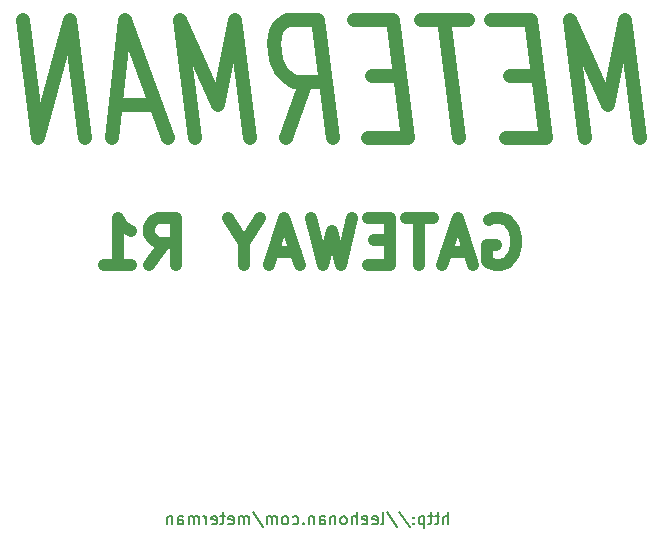
<source format=gbo>
G04 #@! TF.FileFunction,Legend,Bot*
%FSLAX46Y46*%
G04 Gerber Fmt 4.6, Leading zero omitted, Abs format (unit mm)*
G04 Created by KiCad (PCBNEW 4.0.6) date Thursday, 02 November 2017 'PMt' 05:38:20 PM*
%MOMM*%
%LPD*%
G01*
G04 APERTURE LIST*
%ADD10C,0.100000*%
%ADD11C,1.200000*%
%ADD12C,0.150000*%
%ADD13C,1.000000*%
G04 APERTURE END LIST*
D10*
D11*
X182127975Y-93773810D02*
X180877975Y-83773810D01*
X179437499Y-90916667D01*
X176211309Y-83773810D01*
X177461309Y-93773810D01*
X173473213Y-88535714D02*
X171139880Y-88535714D01*
X170794642Y-93773810D02*
X174127975Y-93773810D01*
X172877975Y-83773810D01*
X169544642Y-83773810D01*
X167544642Y-83773810D02*
X163544642Y-83773810D01*
X166794642Y-93773810D02*
X165544642Y-83773810D01*
X161806547Y-88535714D02*
X159473214Y-88535714D01*
X159127976Y-93773810D02*
X162461309Y-93773810D01*
X161211309Y-83773810D01*
X157877976Y-83773810D01*
X152127976Y-93773810D02*
X153866072Y-89011905D01*
X156127976Y-93773810D02*
X154877976Y-83773810D01*
X152211310Y-83773810D01*
X151604167Y-84250000D01*
X151330358Y-84726190D01*
X151116071Y-85678571D01*
X151294643Y-87107143D01*
X151747024Y-88059524D01*
X152139881Y-88535714D01*
X152866072Y-89011905D01*
X155532738Y-89011905D01*
X149127976Y-93773810D02*
X147877976Y-83773810D01*
X146437500Y-90916667D01*
X143211310Y-83773810D01*
X144461310Y-93773810D01*
X141104167Y-90916667D02*
X137770833Y-90916667D01*
X142127976Y-93773810D02*
X138544643Y-83773810D01*
X137461310Y-93773810D01*
X135127976Y-93773810D02*
X133877976Y-83773810D01*
X131127976Y-93773810D01*
X129877976Y-83773810D01*
D12*
X165904763Y-126452381D02*
X165904763Y-125452381D01*
X165476191Y-126452381D02*
X165476191Y-125928571D01*
X165523810Y-125833333D01*
X165619048Y-125785714D01*
X165761906Y-125785714D01*
X165857144Y-125833333D01*
X165904763Y-125880952D01*
X165142858Y-125785714D02*
X164761906Y-125785714D01*
X165000001Y-125452381D02*
X165000001Y-126309524D01*
X164952382Y-126404762D01*
X164857144Y-126452381D01*
X164761906Y-126452381D01*
X164571429Y-125785714D02*
X164190477Y-125785714D01*
X164428572Y-125452381D02*
X164428572Y-126309524D01*
X164380953Y-126404762D01*
X164285715Y-126452381D01*
X164190477Y-126452381D01*
X163857143Y-125785714D02*
X163857143Y-126785714D01*
X163857143Y-125833333D02*
X163761905Y-125785714D01*
X163571428Y-125785714D01*
X163476190Y-125833333D01*
X163428571Y-125880952D01*
X163380952Y-125976190D01*
X163380952Y-126261905D01*
X163428571Y-126357143D01*
X163476190Y-126404762D01*
X163571428Y-126452381D01*
X163761905Y-126452381D01*
X163857143Y-126404762D01*
X162952381Y-126357143D02*
X162904762Y-126404762D01*
X162952381Y-126452381D01*
X163000000Y-126404762D01*
X162952381Y-126357143D01*
X162952381Y-126452381D01*
X162952381Y-125833333D02*
X162904762Y-125880952D01*
X162952381Y-125928571D01*
X163000000Y-125880952D01*
X162952381Y-125833333D01*
X162952381Y-125928571D01*
X161761905Y-125404762D02*
X162619048Y-126690476D01*
X160714286Y-125404762D02*
X161571429Y-126690476D01*
X160238096Y-126452381D02*
X160333334Y-126404762D01*
X160380953Y-126309524D01*
X160380953Y-125452381D01*
X159476190Y-126404762D02*
X159571428Y-126452381D01*
X159761905Y-126452381D01*
X159857143Y-126404762D01*
X159904762Y-126309524D01*
X159904762Y-125928571D01*
X159857143Y-125833333D01*
X159761905Y-125785714D01*
X159571428Y-125785714D01*
X159476190Y-125833333D01*
X159428571Y-125928571D01*
X159428571Y-126023810D01*
X159904762Y-126119048D01*
X158619047Y-126404762D02*
X158714285Y-126452381D01*
X158904762Y-126452381D01*
X159000000Y-126404762D01*
X159047619Y-126309524D01*
X159047619Y-125928571D01*
X159000000Y-125833333D01*
X158904762Y-125785714D01*
X158714285Y-125785714D01*
X158619047Y-125833333D01*
X158571428Y-125928571D01*
X158571428Y-126023810D01*
X159047619Y-126119048D01*
X158142857Y-126452381D02*
X158142857Y-125452381D01*
X157714285Y-126452381D02*
X157714285Y-125928571D01*
X157761904Y-125833333D01*
X157857142Y-125785714D01*
X158000000Y-125785714D01*
X158095238Y-125833333D01*
X158142857Y-125880952D01*
X157095238Y-126452381D02*
X157190476Y-126404762D01*
X157238095Y-126357143D01*
X157285714Y-126261905D01*
X157285714Y-125976190D01*
X157238095Y-125880952D01*
X157190476Y-125833333D01*
X157095238Y-125785714D01*
X156952380Y-125785714D01*
X156857142Y-125833333D01*
X156809523Y-125880952D01*
X156761904Y-125976190D01*
X156761904Y-126261905D01*
X156809523Y-126357143D01*
X156857142Y-126404762D01*
X156952380Y-126452381D01*
X157095238Y-126452381D01*
X156333333Y-125785714D02*
X156333333Y-126452381D01*
X156333333Y-125880952D02*
X156285714Y-125833333D01*
X156190476Y-125785714D01*
X156047618Y-125785714D01*
X155952380Y-125833333D01*
X155904761Y-125928571D01*
X155904761Y-126452381D01*
X154999999Y-126452381D02*
X154999999Y-125928571D01*
X155047618Y-125833333D01*
X155142856Y-125785714D01*
X155333333Y-125785714D01*
X155428571Y-125833333D01*
X154999999Y-126404762D02*
X155095237Y-126452381D01*
X155333333Y-126452381D01*
X155428571Y-126404762D01*
X155476190Y-126309524D01*
X155476190Y-126214286D01*
X155428571Y-126119048D01*
X155333333Y-126071429D01*
X155095237Y-126071429D01*
X154999999Y-126023810D01*
X154523809Y-125785714D02*
X154523809Y-126452381D01*
X154523809Y-125880952D02*
X154476190Y-125833333D01*
X154380952Y-125785714D01*
X154238094Y-125785714D01*
X154142856Y-125833333D01*
X154095237Y-125928571D01*
X154095237Y-126452381D01*
X153619047Y-126357143D02*
X153571428Y-126404762D01*
X153619047Y-126452381D01*
X153666666Y-126404762D01*
X153619047Y-126357143D01*
X153619047Y-126452381D01*
X152714285Y-126404762D02*
X152809523Y-126452381D01*
X153000000Y-126452381D01*
X153095238Y-126404762D01*
X153142857Y-126357143D01*
X153190476Y-126261905D01*
X153190476Y-125976190D01*
X153142857Y-125880952D01*
X153095238Y-125833333D01*
X153000000Y-125785714D01*
X152809523Y-125785714D01*
X152714285Y-125833333D01*
X152142857Y-126452381D02*
X152238095Y-126404762D01*
X152285714Y-126357143D01*
X152333333Y-126261905D01*
X152333333Y-125976190D01*
X152285714Y-125880952D01*
X152238095Y-125833333D01*
X152142857Y-125785714D01*
X151999999Y-125785714D01*
X151904761Y-125833333D01*
X151857142Y-125880952D01*
X151809523Y-125976190D01*
X151809523Y-126261905D01*
X151857142Y-126357143D01*
X151904761Y-126404762D01*
X151999999Y-126452381D01*
X152142857Y-126452381D01*
X151380952Y-126452381D02*
X151380952Y-125785714D01*
X151380952Y-125880952D02*
X151333333Y-125833333D01*
X151238095Y-125785714D01*
X151095237Y-125785714D01*
X150999999Y-125833333D01*
X150952380Y-125928571D01*
X150952380Y-126452381D01*
X150952380Y-125928571D02*
X150904761Y-125833333D01*
X150809523Y-125785714D01*
X150666666Y-125785714D01*
X150571428Y-125833333D01*
X150523809Y-125928571D01*
X150523809Y-126452381D01*
X149333333Y-125404762D02*
X150190476Y-126690476D01*
X149000000Y-126452381D02*
X149000000Y-125785714D01*
X149000000Y-125880952D02*
X148952381Y-125833333D01*
X148857143Y-125785714D01*
X148714285Y-125785714D01*
X148619047Y-125833333D01*
X148571428Y-125928571D01*
X148571428Y-126452381D01*
X148571428Y-125928571D02*
X148523809Y-125833333D01*
X148428571Y-125785714D01*
X148285714Y-125785714D01*
X148190476Y-125833333D01*
X148142857Y-125928571D01*
X148142857Y-126452381D01*
X147285714Y-126404762D02*
X147380952Y-126452381D01*
X147571429Y-126452381D01*
X147666667Y-126404762D01*
X147714286Y-126309524D01*
X147714286Y-125928571D01*
X147666667Y-125833333D01*
X147571429Y-125785714D01*
X147380952Y-125785714D01*
X147285714Y-125833333D01*
X147238095Y-125928571D01*
X147238095Y-126023810D01*
X147714286Y-126119048D01*
X146952381Y-125785714D02*
X146571429Y-125785714D01*
X146809524Y-125452381D02*
X146809524Y-126309524D01*
X146761905Y-126404762D01*
X146666667Y-126452381D01*
X146571429Y-126452381D01*
X145857142Y-126404762D02*
X145952380Y-126452381D01*
X146142857Y-126452381D01*
X146238095Y-126404762D01*
X146285714Y-126309524D01*
X146285714Y-125928571D01*
X146238095Y-125833333D01*
X146142857Y-125785714D01*
X145952380Y-125785714D01*
X145857142Y-125833333D01*
X145809523Y-125928571D01*
X145809523Y-126023810D01*
X146285714Y-126119048D01*
X145380952Y-126452381D02*
X145380952Y-125785714D01*
X145380952Y-125976190D02*
X145333333Y-125880952D01*
X145285714Y-125833333D01*
X145190476Y-125785714D01*
X145095237Y-125785714D01*
X144761904Y-126452381D02*
X144761904Y-125785714D01*
X144761904Y-125880952D02*
X144714285Y-125833333D01*
X144619047Y-125785714D01*
X144476189Y-125785714D01*
X144380951Y-125833333D01*
X144333332Y-125928571D01*
X144333332Y-126452381D01*
X144333332Y-125928571D02*
X144285713Y-125833333D01*
X144190475Y-125785714D01*
X144047618Y-125785714D01*
X143952380Y-125833333D01*
X143904761Y-125928571D01*
X143904761Y-126452381D01*
X142999999Y-126452381D02*
X142999999Y-125928571D01*
X143047618Y-125833333D01*
X143142856Y-125785714D01*
X143333333Y-125785714D01*
X143428571Y-125833333D01*
X142999999Y-126404762D02*
X143095237Y-126452381D01*
X143333333Y-126452381D01*
X143428571Y-126404762D01*
X143476190Y-126309524D01*
X143476190Y-126214286D01*
X143428571Y-126119048D01*
X143333333Y-126071429D01*
X143095237Y-126071429D01*
X142999999Y-126023810D01*
X142523809Y-125785714D02*
X142523809Y-126452381D01*
X142523809Y-125880952D02*
X142476190Y-125833333D01*
X142380952Y-125785714D01*
X142238094Y-125785714D01*
X142142856Y-125833333D01*
X142095237Y-125928571D01*
X142095237Y-126452381D01*
D13*
X169342857Y-100700000D02*
X169723809Y-100509524D01*
X170295238Y-100509524D01*
X170866666Y-100700000D01*
X171247619Y-101080952D01*
X171438095Y-101461905D01*
X171628571Y-102223810D01*
X171628571Y-102795238D01*
X171438095Y-103557143D01*
X171247619Y-103938095D01*
X170866666Y-104319048D01*
X170295238Y-104509524D01*
X169914286Y-104509524D01*
X169342857Y-104319048D01*
X169152381Y-104128571D01*
X169152381Y-102795238D01*
X169914286Y-102795238D01*
X167628571Y-103366667D02*
X165723809Y-103366667D01*
X168009524Y-104509524D02*
X166676190Y-100509524D01*
X165342857Y-104509524D01*
X164580953Y-100509524D02*
X162295238Y-100509524D01*
X163438095Y-104509524D02*
X163438095Y-100509524D01*
X160961905Y-102414286D02*
X159628572Y-102414286D01*
X159057143Y-104509524D02*
X160961905Y-104509524D01*
X160961905Y-100509524D01*
X159057143Y-100509524D01*
X157723809Y-100509524D02*
X156771428Y-104509524D01*
X156009524Y-101652381D01*
X155247619Y-104509524D01*
X154295238Y-100509524D01*
X152961904Y-103366667D02*
X151057142Y-103366667D01*
X153342857Y-104509524D02*
X152009523Y-100509524D01*
X150676190Y-104509524D01*
X148580952Y-102604762D02*
X148580952Y-104509524D01*
X149914286Y-100509524D02*
X148580952Y-102604762D01*
X147247619Y-100509524D01*
X140580953Y-104509524D02*
X141914286Y-102604762D01*
X142866667Y-104509524D02*
X142866667Y-100509524D01*
X141342858Y-100509524D01*
X140961905Y-100700000D01*
X140771429Y-100890476D01*
X140580953Y-101271429D01*
X140580953Y-101842857D01*
X140771429Y-102223810D01*
X140961905Y-102414286D01*
X141342858Y-102604762D01*
X142866667Y-102604762D01*
X136771429Y-104509524D02*
X139057143Y-104509524D01*
X137914286Y-104509524D02*
X137914286Y-100509524D01*
X138295238Y-101080952D01*
X138676191Y-101461905D01*
X139057143Y-101652381D01*
M02*

</source>
